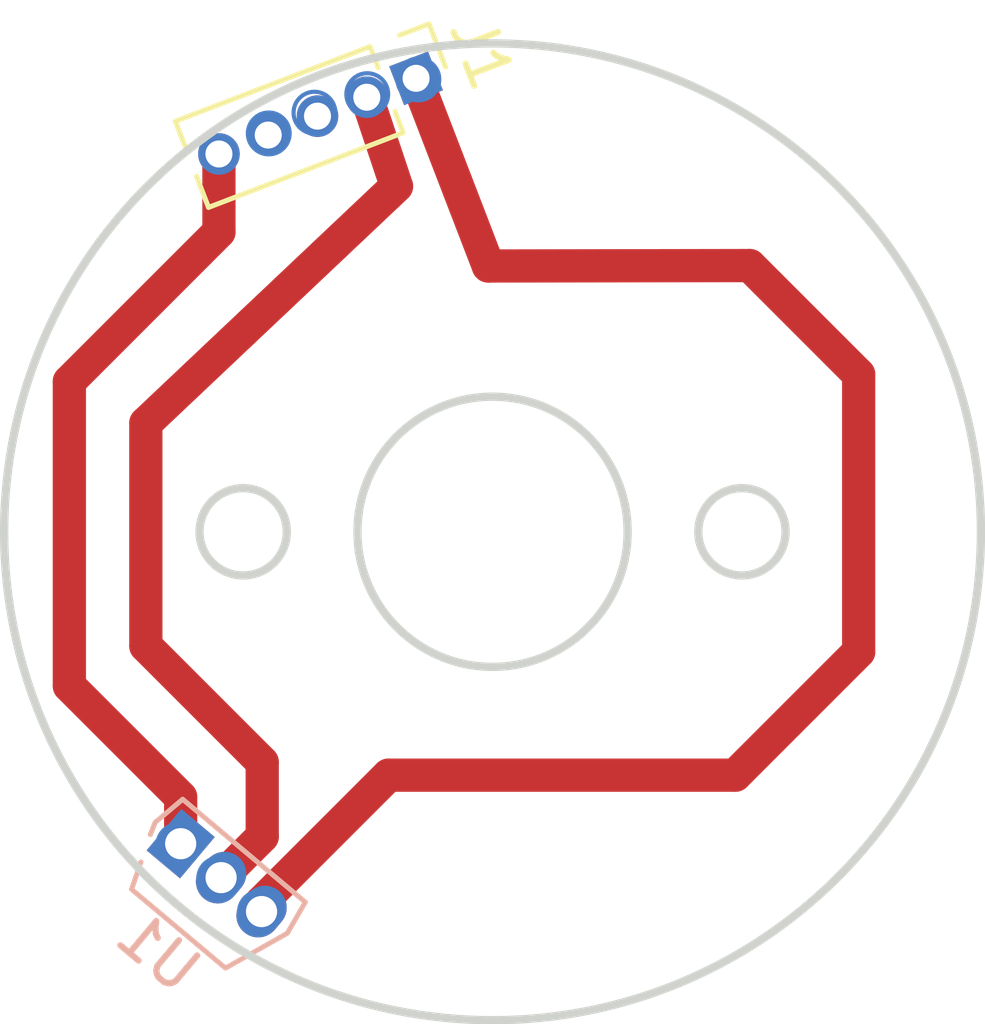
<source format=kicad_pcb>
(kicad_pcb (version 20221018) (generator pcbnew)
  (layers (0 "F.Cu" mixed) (31 "B.Cu" signal) (34 "B.Paste" user) (35 "F.Paste" user) (36 "B.SilkS" user "B.Silkscreen") (37 "F.SilkS" user "F.Silkscreen") (38 "B.Mask" user) (39 "F.Mask" user) (44 "Edge.Cuts" user))
  (net 0 "")
  (net 1 "Net-(J1-Pin_1)")
  (net 2 "Net-(J1-Pin_2)")
  (net 4 "Net-(J1-Pin_5)")
  (footprint "Connector_PinHeader_1.27mm:PinHeader_1x05_P1.27mm_Vertical" (layer "F.Cu") (at 144.151294 79.344873 -69)
    (fp_text reference "J1" (at 0 -1.695 111) (layer "F.SilkS"))
    (fp_text value "Conn_01x05_Pin" hide)
    (fp_line (start -1.11 -0.76) (end 0 -0.76) (stroke (width 0.12)) (layer "F.SilkS"))
    (fp_line (start -1.11 0) (end -1.11 -0.76) (stroke (width 0.12)) (layer "F.SilkS"))
    (fp_line (start -1.11 0.76) (end -1.11 5.775) (stroke (width 0.12)) (layer "F.SilkS"))
    (fp_line (start -1.11 0.76) (end -0.563471 0.76) (stroke (width 0.12)) (layer "F.SilkS"))
    (fp_line (start -1.11 5.775) (end -0.30753 5.775) (stroke (width 0.12)) (layer "F.SilkS"))
    (fp_line (start 0.30753 5.775) (end 1.11 5.775) (stroke (width 0.12)) (layer "F.SilkS"))
    (fp_line (start 0.563471 0.76) (end 1.11 0.76) (stroke (width 0.12)) (layer "F.SilkS"))
    (fp_line (start 1.11 0.76) (end 1.11 5.775) (stroke (width 0.12)) (layer "F.SilkS"))
    (pad "1" thru_hole rect (at 0 0 291) (size 1 1) (drill 0.65) (layers "*.Cu" "*.Mask") (net 1 "Net-(J1-Pin_1)"))
    (pad "2" thru_hole oval (at 0 1.27 291) (size 1 1) (drill 0.65) (layers "*.Cu" "*.Mask") (net 2 "Net-(J1-Pin_2)"))
    (pad "3" thru_hole oval (at 0 2.54 291) (size 1 1) (drill 0.65) (layers "*.Cu" "*.Mask"))
    (pad "4" thru_hole oval (at 0 3.81 291) (size 1 1) (drill 0.65) (layers "*.Cu" "*.Mask"))
    (pad "5" thru_hole oval (at 0 5.08 291) (size 1 1) (drill 0.65) (layers "*.Cu" "*.Mask") (net 4 "Net-(J1-Pin_5)"))
  )
  (footprint "Package_TO_SOT_THT:TO-92S" (layer "B.Cu") (at 138.488049 97.758655 -40)
    (fp_text reference "U1" (at 1.27 2.35 140) (layer "B.SilkS") (effects (justify mirror)))
    (fp_text value "49E")
    (fp_line (start -0.8 0) (end -0.65 -0.85) (stroke (width 0.12)) (layer "B.SilkS"))
    (fp_line (start -0.7 0.3) (end -0.8 0) (stroke (width 0.12)) (layer "B.SilkS"))
    (fp_line (start -0.65 -0.85) (end 3.2 -0.85) (stroke (width 0.12)) (layer "B.SilkS"))
    (fp_line (start -0.2 1.6) (end -0.45 0.95) (stroke (width 0.12)) (layer "B.SilkS"))
    (fp_line (start 2.75 1.6) (end -0.2 1.6) (stroke (width 0.12)) (layer "B.SilkS"))
    (fp_line (start 3.2 -0.85) (end 3.35 0) (stroke (width 0.12)) (layer "B.SilkS"))
    (fp_line (start 3.35 0) (end 2.75 1.6) (stroke (width 0.12)) (layer "B.SilkS"))
    (pad "1" thru_hole rect (at 0 0 320) (size 1.05 1.3) (drill 0.75) (layers "*.Cu" "*.Mask") (net 4 "Net-(J1-Pin_5)"))
    (pad "2" thru_hole oval (at 1.27 0 320) (size 1.05 1.3) (drill 0.75) (layers "*.Cu" "*.Mask") (net 2 "Net-(J1-Pin_2)"))
    (pad "3" thru_hole oval (at 2.54 0 320) (size 1.05 1.3) (drill 0.75) (layers "*.Cu" "*.Mask") (net 1 "Net-(J1-Pin_1)"))
  )
  (gr_circle (center 138.43 97.79) (end 138.93 97.79) (stroke (width 0.1)) (fill none) (layer "B.Cu"))
  (gr_circle (center 144.207111 79.370874) (end 144.709954 79.370874) (stroke (width 0.1)) (fill none) (layer "B.Cu"))
  (gr_circle (center 141.707111 80.170874) (end 142.209954 80.170874) (stroke (width 0.1)) (fill none) (layer "B.Cu"))
  (gr_circle (center 140.392743 99.402216) (end 140.892743 99.402216) (stroke (width 0.1)) (fill none) (layer "B.Cu"))
  (gr_circle (center 140.607111 80.670874) (end 141.109954 80.670874) (stroke (width 0.1)) (fill none) (layer "B.Cu"))
  (gr_circle (center 139.411371 98.596108) (end 139.911371 98.596108) (stroke (width 0.1)) (fill none) (layer "B.Cu"))
  (gr_circle (center 142.977198 79.72582) (end 143.480041 79.72582) (stroke (width 0.1)) (fill none) (layer "B.Cu"))
  (gr_circle (center 151.991195 90.254433) (end 153.041195 90.254433) (stroke (width 0.2)) (fill none) (layer "Edge.Cuts"))
  (gr_circle (center 139.991195 90.254433) (end 141.041195 90.254433) (stroke (width 0.2)) (fill none) (layer "Edge.Cuts"))
  (gr_circle (center 145.991195 90.254433) (end 157.741195 90.254433) (stroke (width 0.2)) (fill none) (layer "Edge.Cuts"))
  (gr_circle (center 145.991195 90.254433) (end 149.241195 90.254433) (stroke (width 0.2)) (fill none) (layer "Edge.Cuts"))
  (segment (start 151.83 96.11) (end 154.8 93.14) (width 0.8) (layer "F.Cu") (net 1))
  (segment (start 145.89 83.86) (end 144.151294 79.344873) (width 0.8) (layer "F.Cu") (net 1))
  (segment (start 140.433802 99.165754) (end 143.489556 96.11) (width 0.8) (layer "F.Cu") (net 1))
  (segment (start 143.489556 96.11) (end 151.83 96.11) (width 0.8) (layer "F.Cu") (net 1))
  (segment (start 154.8 93.14) (end 154.8 86.47) (width 0.8) (layer "F.Cu") (net 1))
  (segment (start 154.8 86.47) (end 152.18 83.85) (width 0.8) (layer "F.Cu") (net 1))
  (segment (start 140.433802 99.391336) (end 140.433802 99.165754) (width 0.8) (layer "F.Cu") (net 1))
  (segment (start 152.18 83.85) (end 145.89 83.86) (width 0.8) (layer "F.Cu") (net 1))
  (segment (start 137.65 87.64) (end 137.65 93) (width 0.8) (layer "F.Cu") (net 2))
  (segment (start 140.45 97.58592) (end 139.460925 98.574995) (width 0.8) (layer "F.Cu") (net 2))
  (segment (start 140.45 95.8) (end 140.45 97.58592) (width 0.8) (layer "F.Cu") (net 2))
  (segment (start 142.965647 79.8) (end 143.68 81.94) (width 0.8) (layer "F.Cu") (net 2))
  (segment (start 137.65 93) (end 140.45 95.8) (width 0.8) (layer "F.Cu") (net 2))
  (segment (start 143.01 79.81) (end 143 79.82) (width 0.25) (layer "F.Cu") (net 2))
  (segment (start 143.68 81.94) (end 137.65 87.64) (width 0.8) (layer "F.Cu") (net 2))
  (segment (start 135.81 93.96) (end 138.488049 96.638049) (width 0.8) (layer "F.Cu") (net 4))
  (segment (start 139.408705 83.041295) (end 135.81 86.64) (width 0.8) (layer "F.Cu") (net 4))
  (segment (start 139.408705 81.165382) (end 139.408705 83.041295) (width 0.8) (layer "F.Cu") (net 4))
  (segment (start 138.488049 96.638049) (end 138.488049 97.758655) (width 0.8) (layer "F.Cu") (net 4))
  (segment (start 135.81 86.64) (end 135.81 93.96) (width 0.8) (layer "F.Cu") (net 4))
)
</source>
